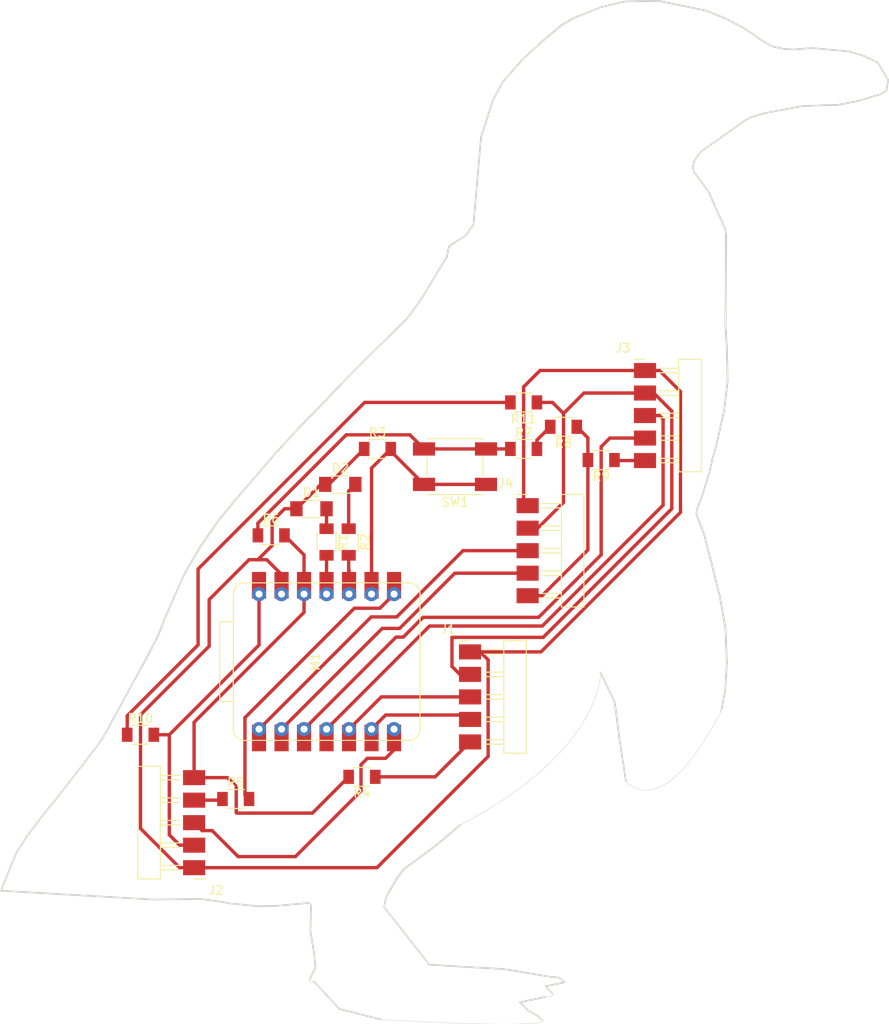
<source format=kicad_pcb>
(kicad_pcb (version 20241229) (generator "pcbnew") (generator_version "9.0")
  (layers (0 "F.Cu" signal) (2 "B.Cu" signal) (13 "F.Paste" user) (15 "B.Paste" user) (5 "F.SilkS" user "F.Silkscreen") (7 "B.SilkS" user "B.Silkscreen") (1 "F.Mask" user) (3 "B.Mask" user) (25 "Edge.Cuts" user))
  (net 0 "")
  (net 1 "Net-(D1-A)")
  (net 2 "GND")
  (net 3 "Net-(D2-A)")
  (net 4 "/+5V")
  (net 5 "/+3V3")
  (net 6 "/SCL")
  (net 7 "/SDA")
  (net 8 "/TX")
  (net 9 "/RX")
  (net 10 "/D2")
  (net 11 "/D3")
  (net 12 "/D1")
  (net 13 "/D0")
  (net 14 "Net-(M1-D10)")
  (net 15 "Net-(M1-D8)")
  (net 16 "Net-(M1-D9)")
  (net 17 "/+3V3R4")
  (net 18 "/RXR5")
  (net 19 "/+3V3R6")
  (net 20 "/+3V3R7")
  (net 21 "/+3V3R8")
  (net 22 "/+3V3R9")
  (net 23 "/+5VR10")
  (net 24 "/+5VR11")
  (footprint "fab:PinHeader_01x05_P2.54mm_Horizontal_SMD" (layer "F.Cu") (at 123.2 100.4)
    (property "Reference" "J1" (at -1.524 -2.54 0) (layer "F.SilkS") (effects (justify right)))
    (property "Value" "PORT 1 I2C")
    (pad "1" smd rect (at 0 0) (size 2.5 1.7) (layers "F.Cu" "F.Mask" "F.Paste") (net 2 "GND"))
    (pad "2" smd rect (at 0 2.54) (size 2.5 1.7) (layers "F.Cu" "F.Mask" "F.Paste") (net 24 "/+5VR11"))
    (pad "3" smd rect (at 0 5.08) (size 2.5 1.7) (layers "F.Cu" "F.Mask" "F.Paste") (net 7 "/SDA"))
    (pad "4" smd rect (at 0 7.62) (size 2.5 1.7) (layers "F.Cu" "F.Mask" "F.Paste") (net 6 "/SCL"))
    (pad "5" smd rect (at 0 10.16) (size 2.5 1.7) (layers "F.Cu" "F.Mask" "F.Paste") (net 17 "/+3V3R4"))
  )
  (footprint "fab:R_1206" (layer "F.Cu") (at 111 114.5 180)
    (property "Reference" "R4" (at 0 -1.85 0) (layer "F.SilkS"))
    (property "Value" "R_1206")
    (pad "1" smd rect (at -1.5 0 180) (size 1.2 1.6) (layers "F.Cu" "F.Mask" "F.Paste") (net 17 "/+3V3R4"))
    (pad "2" smd rect (at 1.5 0 180) (size 1.2 1.6) (layers "F.Cu" "F.Mask" "F.Paste") (net 5 "/+3V3"))
  )
  (footprint "fab:PinHeader_01x05_P2.54mm_Horizontal_SMD" (layer "F.Cu") (at 142.95 68.65)
    (property "Reference" "J3" (at -1.524 -2.54 0) (layer "F.SilkS") (effects (justify right)))
    (property "Value" "PORT 3 DIO - AI")
    (pad "1" smd rect (at 0 0) (size 2.5 1.7) (layers "F.Cu" "F.Mask" "F.Paste") (net 2 "GND"))
    (pad "2" smd rect (at 0 2.54) (size 2.5 1.7) (layers "F.Cu" "F.Mask" "F.Paste") (net 24 "/+5VR11"))
    (pad "3" smd rect (at 0 5.08) (size 2.5 1.7) (layers "F.Cu" "F.Mask" "F.Paste") (net 11 "/D3"))
    (pad "4" smd rect (at 0 7.62) (size 2.5 1.7) (layers "F.Cu" "F.Mask" "F.Paste") (net 10 "/D2"))
    (pad "5" smd rect (at 0 10.16) (size 2.5 1.7) (layers "F.Cu" "F.Mask" "F.Paste") (net 22 "/+3V3R9"))
  )
  (footprint "fab:R_1206" (layer "F.Cu") (at 109.5 88 -90)
    (property "Reference" "R2" (at 0 -1.85 90) (layer "F.SilkS"))
    (property "Value" "R_1206")
    (pad "1" smd rect (at -1.5 0 270) (size 1.2 1.6) (layers "F.Cu" "F.Mask" "F.Paste") (net 3 "Net-(D2-A)"))
    (pad "2" smd rect (at 1.5 0 270) (size 1.2 1.6) (layers "F.Cu" "F.Mask" "F.Paste") (net 16 "Net-(M1-D9)"))
  )
  (footprint "fab:R_1206" (layer "F.Cu") (at 107 88 -90)
    (property "Reference" "R1" (at 0 -1.85 90) (layer "F.SilkS"))
    (property "Value" "R_1206")
    (pad "1" smd rect (at -1.5 0 270) (size 1.2 1.6) (layers "F.Cu" "F.Mask" "F.Paste") (net 1 "Net-(D1-A)"))
    (pad "2" smd rect (at 1.5 0 270) (size 1.2 1.6) (layers "F.Cu" "F.Mask" "F.Paste") (net 14 "Net-(M1-D10)"))
  )
  (footprint "fab:R_1206" (layer "F.Cu") (at 129.25 72.25 180)
    (property "Reference" "R11" (at 0 -1.85 0) (layer "F.SilkS"))
    (property "Value" "R_1206")
    (pad "1" smd rect (at -1.5 0 180) (size 1.2 1.6) (layers "F.Cu" "F.Mask" "F.Paste") (net 24 "/+5VR11"))
    (pad "2" smd rect (at 1.5 0 180) (size 1.2 1.6) (layers "F.Cu" "F.Mask" "F.Paste") (net 23 "/+5VR10"))
  )
  (footprint "fab:R_1206" (layer "F.Cu") (at 96.75 117)
    (property "Reference" "R5" (at 0 -1.85 0) (layer "F.SilkS"))
    (property "Value" "R_1206")
    (pad "1" smd rect (at -1.5 0) (size 1.2 1.6) (layers "F.Cu" "F.Mask" "F.Paste") (net 18 "/RXR5"))
    (pad "2" smd rect (at 1.5 0) (size 1.2 1.6) (layers "F.Cu" "F.Mask" "F.Paste") (net 9 "/RX"))
  )
  (footprint "fab:SeeedStudio_XIAO_RP2040_OPT" (layer "F.Cu") (at 107 101.5 90)
    (property "Reference" "M1" (at 0 -1.27 90) (layer "F.SilkS"))
    (property "Value" "XIAO-RP2040")
    (pad "1" thru_hole circle (at -7.615 -7.62 90) (size 1.6 1.6) (drill 0.8) (layers "*.Cu" "*.Mask") (net 13 "/D0"))
    (pad "1" smd rect (at -7.615 -7.62 90) (size 3 1.6) (drill (offset -1 0)) (layers "F.Cu" "F.Mask" "F.Paste") (net 13 "/D0"))
    (pad "2" thru_hole circle (at -7.615 -5.08 90) (size 1.6 1.6) (drill 0.8) (layers "*.Cu" "*.Mask") (net 12 "/D1"))
    (pad "2" smd rect (at -7.615 -5.08 90) (size 3 1.6) (drill (offset -1 0)) (layers "F.Cu" "F.Mask" "F.Paste") (net 12 "/D1"))
    (pad "3" thru_hole circle (at -7.615 -2.54 90) (size 1.6 1.6) (drill 0.8) (layers "*.Cu" "*.Mask") (net 10 "/D2"))
    (pad "3" smd rect (at -7.615 -2.54 90) (size 3 1.6) (drill (offset -1 0)) (layers "F.Cu" "F.Mask" "F.Paste") (net 10 "/D2"))
    (pad "4" thru_hole circle (at -7.615 0 90) (size 1.6 1.6) (drill 0.8) (layers "*.Cu" "*.Mask") (net 11 "/D3"))
    (pad "4" smd rect (at -7.615 0 90) (size 3 1.6) (drill (offset -1 0)) (layers "F.Cu" "F.Mask" "F.Paste") (net 11 "/D3"))
    (pad "5" thru_hole circle (at -7.615 2.54 90) (size 1.6 1.6) (drill 0.8) (layers "*.Cu" "*.Mask") (net 7 "/SDA"))
    (pad "5" smd rect (at -7.615 2.54 90) (size 3 1.6) (drill (offset -1 0)) (layers "F.Cu" "F.Mask" "F.Paste") (net 7 "/SDA"))
    (pad "6" thru_hole circle (at -7.615 5.08 90) (size 1.6 1.6) (drill 0.8) (layers "*.Cu" "*.Mask") (net 6 "/SCL"))
    (pad "6" smd rect (at -7.615 5.08 90) (size 3 1.6) (drill (offset -1 0)) (layers "F.Cu" "F.Mask" "F.Paste") (net 6 "/SCL"))
    (pad "7" thru_hole circle (at -7.615 7.62 90) (size 1.6 1.6) (drill 0.8) (layers "*.Cu" "*.Mask") (net 8 "/TX"))
    (pad "7" smd rect (at -7.615 7.62 90) (size 3 1.6) (drill (offset -1 0)) (layers "F.Cu" "F.Mask" "F.Paste") (net 8 "/TX"))
    (pad "8" thru_hole circle (at 7.62 7.62 90) (size 1.6 1.6) (drill 0.8) (layers "*.Cu" "*.Mask") (net 9 "/RX"))
    (pad "8" smd rect (at 7.62 7.62 90) (size 3 1.6) (drill (offset 1 0)) (layers "F.Cu" "F.Mask" "F.Paste") (net 9 "/RX"))
    (pad "9" thru_hole circle (at 7.62 5.08 90) (size 1.6 1.6) (drill 0.8) (layers "*.Cu" "*.Mask") (net 15 "Net-(M1-D8)"))
    (pad "9" smd rect (at 7.62 5.08 90) (size 3 1.6) (drill (offset 1 0)) (layers "F.Cu" "F.Mask" "F.Paste") (net 15 "Net-(M1-D8)"))
    (pad "10" thru_hole circle (at 7.62 2.54 90) (size 1.6 1.6) (drill 0.8) (layers "*.Cu" "*.Mask") (net 16 "Net-(M1-D9)"))
    (pad "10" smd rect (at 7.62 2.54 90) (size 3 1.6) (drill (offset 1 0)) (layers "F.Cu" "F.Mask" "F.Paste") (net 16 "Net-(M1-D9)"))
    (pad "11" thru_hole circle (at 7.62 0 90) (size 1.6 1.6) (drill 0.8) (layers "*.Cu" "*.Mask") (net 14 "Net-(M1-D10)"))
    (pad "11" smd rect (at 7.62 0 90) (size 3 1.6) (drill (offset 1 0)) (layers "F.Cu" "F.Mask" "F.Paste") (net 14 "Net-(M1-D10)"))
    (pad "12" thru_hole circle (at 7.62 -2.54 90) (size 1.6 1.6) (drill 0.8) (layers "*.Cu" "*.Mask") (net 5 "/+3V3"))
    (pad "12" smd rect (at 7.62 -2.54 90) (size 3 1.6) (drill (offset 1 0)) (layers "F.Cu" "F.Mask" "F.Paste") (net 5 "/+3V3"))
    (pad "13" thru_hole circle (at 7.62 -5.08 90) (size 1.6 1.6) (drill 0.8) (layers "*.Cu" "*.Mask") (net 2 "GND"))
    (pad "13" smd rect (at 7.62 -5.08 90) (size 3 1.6) (drill (offset 1 0)) (layers "F.Cu" "F.Mask" "F.Paste") (net 2 "GND"))
    (pad "14" thru_hole circle (at 7.62 -7.62 90) (size 1.6 1.6) (drill 0.8) (layers "*.Cu" "*.Mask") (net 4 "/+5V"))
    (pad "14" smd rect (at 7.62 -7.62 90) (size 3 1.6) (drill (offset 1 0)) (layers "F.Cu" "F.Mask" "F.Paste") (net 4 "/+5V"))
  )
  (footprint "fab:R_1206" (layer "F.Cu") (at 100.75 87.25)
    (property "Reference" "R6" (at 0 -1.85 0) (layer "F.SilkS"))
    (property "Value" "R_1206")
    (pad "1" smd rect (at -1.5 0) (size 1.2 1.6) (layers "F.Cu" "F.Mask" "F.Paste") (net 19 "/+3V3R6"))
    (pad "2" smd rect (at 1.5 0) (size 1.2 1.6) (layers "F.Cu" "F.Mask" "F.Paste") (net 5 "/+3V3"))
  )
  (footprint "fab:R_1206" (layer "F.Cu") (at 133.75 75 180)
    (property "Reference" "R8" (at 0 -1.85 0) (layer "F.SilkS"))
    (property "Value" "R_1206")
    (pad "1" smd rect (at -1.5 0 180) (size 1.2 1.6) (layers "F.Cu" "F.Mask" "F.Paste") (net 21 "/+3V3R8"))
    (pad "2" smd rect (at 1.5 0 180) (size 1.2 1.6) (layers "F.Cu" "F.Mask" "F.Paste") (net 20 "/+3V3R7"))
  )
  (footprint "fab:PinHeader_01x05_P2.54mm_Horizontal_SMD" (layer "F.Cu") (at 92.05 124.75 180)
    (property "Reference" "J2" (at -1.524 -2.54 0) (layer "F.SilkS") (effects (justify left)))
    (property "Value" "PORT 2 SERIAL")
    (pad "1" smd rect (at 0 0 180) (size 2.5 1.7) (layers "F.Cu" "F.Mask" "F.Paste") (net 2 "GND"))
    (pad "2" smd rect (at 0 2.54 180) (size 2.5 1.7) (layers "F.Cu" "F.Mask" "F.Paste") (net 4 "/+5V"))
    (pad "3" smd rect (at 0 5.08 180) (size 2.5 1.7) (layers "F.Cu" "F.Mask" "F.Paste") (net 8 "/TX"))
    (pad "4" smd rect (at 0 7.62 180) (size 2.5 1.7) (layers "F.Cu" "F.Mask" "F.Paste") (net 18 "/RXR5"))
    (pad "5" smd rect (at 0 10.16 180) (size 2.5 1.7) (layers "F.Cu" "F.Mask" "F.Paste") (net 5 "/+3V3"))
  )
  (footprint "fab:Button_Omron_B3SN_6.0x6.0mm" (layer "F.Cu") (at 121.5 79.5 180)
    (property "Reference" "SW1" (at 0 -4 0) (layer "F.SilkS"))
    (property "Value" "Switch_Tactile_Omron")
    (pad "1" smd rect (at -3.5 -2 180) (size 2.5 1.5) (layers "F.Cu" "F.Mask" "F.Paste") (net 15 "Net-(M1-D8)"))
    (pad "1" smd rect (at 3.5 -2 180) (size 2.5 1.5) (layers "F.Cu" "F.Mask" "F.Paste") (net 15 "Net-(M1-D8)"))
    (pad "2" smd rect (at -3.5 2 180) (size 2.5 1.5) (layers "F.Cu" "F.Mask" "F.Paste") (net 19 "/+3V3R6"))
    (pad "2" smd rect (at 3.5 2 180) (size 2.5 1.5) (layers "F.Cu" "F.Mask" "F.Paste") (net 19 "/+3V3R6"))
  )
  (footprint "fab:R_1206" (layer "F.Cu") (at 112.75 77.5)
    (property "Reference" "R3" (at 0 -1.85 0) (layer "F.SilkS"))
    (property "Value" "R_1206")
    (pad "1" smd rect (at -1.5 0) (size 1.2 1.6) (layers "F.Cu" "F.Mask" "F.Paste") (net 2 "GND"))
    (pad "2" smd rect (at 1.5 0) (size 1.2 1.6) (layers "F.Cu" "F.Mask" "F.Paste") (net 15 "Net-(M1-D8)"))
  )
  (footprint "fab:R_1206" (layer "F.Cu") (at 138 78.75 180)
    (property "Reference" "R9" (at 0 -1.85 0) (layer "F.SilkS"))
    (property "Value" "R_1206")
    (pad "1" smd rect (at -1.5 0 180) (size 1.2 1.6) (layers "F.Cu" "F.Mask" "F.Paste") (net 22 "/+3V3R9"))
    (pad "2" smd rect (at 1.5 0 180) (size 1.2 1.6) (layers "F.Cu" "F.Mask" "F.Paste") (net 21 "/+3V3R8"))
  )
  (footprint "fab:LED_1206" (layer "F.Cu") (at 105.3 84.25)
    (property "Reference" "D1" (at 0 -1.85 0) (layer "F.SilkS"))
    (property "Value" "LED_1206")
    (pad "1" smd rect (at -1.7 0) (size 1.4 1.7) (layers "F.Cu" "F.Mask" "F.Paste") (net 2 "GND"))
    (pad "2" smd rect (at 1.7 0) (size 1.4 1.7) (layers "F.Cu" "F.Mask" "F.Paste") (net 1 "Net-(D1-A)"))
  )
  (footprint "fab:R_1206" (layer "F.Cu") (at 86 109.75)
    (property "Reference" "R10" (at 0 -1.85 0) (layer "F.SilkS"))
    (property "Value" "R_1206")
    (pad "1" smd rect (at -1.5 0) (size 1.2 1.6) (layers "F.Cu" "F.Mask" "F.Paste") (net 23 "/+5VR10"))
    (pad "2" smd rect (at 1.5 0) (size 1.2 1.6) (layers "F.Cu" "F.Mask" "F.Paste") (net 4 "/+5V"))
  )
  (footprint "fab:LED_1206" (layer "F.Cu") (at 108.55 81.5)
    (property "Reference" "D2" (at 0 -1.85 0) (layer "F.SilkS"))
    (property "Value" "LED_1206")
    (pad "1" smd rect (at -1.7 0) (size 1.4 1.7) (layers "F.Cu" "F.Mask" "F.Paste") (net 2 "GND"))
    (pad "2" smd rect (at 1.7 0) (size 1.4 1.7) (layers "F.Cu" "F.Mask" "F.Paste") (net 3 "Net-(D2-A)"))
  )
  (footprint "fab:R_1206" (layer "F.Cu") (at 129.25 77.5)
    (property "Reference" "R7" (at 0 -1.85 0) (layer "F.SilkS"))
    (property "Value" "R_1206")
    (pad "1" smd rect (at -1.5 0) (size 1.2 1.6) (layers "F.Cu" "F.Mask" "F.Paste") (net 19 "/+3V3R6"))
    (pad "2" smd rect (at 1.5 0) (size 1.2 1.6) (layers "F.Cu" "F.Mask" "F.Paste") (net 20 "/+3V3R7"))
  )
  (footprint "fab:PinHeader_01x05_P2.54mm_Horizontal_SMD" (layer "F.Cu") (at 129.7 83.9)
    (property "Reference" "J4" (at -1.524 -2.54 0) (layer "F.SilkS") (effects (justify right)))
    (property "Value" "PORT 4 DIO - AI")
    (pad "1" smd rect (at 0 0) (size 2.5 1.7) (layers "F.Cu" "F.Mask" "F.Paste") (net 2 "GND"))
    (pad "2" smd rect (at 0 2.54) (size 2.5 1.7) (layers "F.Cu" "F.Mask" "F.Paste") (net 24 "/+5VR11"))
    (pad "3" smd rect (at 0 5.08) (size 2.5 1.7) (layers "F.Cu" "F.Mask" "F.Paste") (net 13 "/D0"))
    (pad "4" smd rect (at 0 7.62) (size 2.5 1.7) (layers "F.Cu" "F.Mask" "F.Paste") (net 12 "/D1"))
    (pad "5" smd rect (at 0 10.16) (size 2.5 1.7) (layers "F.Cu" "F.Mask" "F.Paste") (net 21 "/+3V3R8"))
  )
  (gr_line (start 149.674864 87.348074) (end 150.882127 92.090819) (stroke (width 0.2)) (layer "Edge.Cuts"))
  (gr_line (start 86.854861 100.750759) (end 86.144831 102.07053) (stroke (width 0.2)) (layer "Edge.Cuts"))
  (gr_line (start 132.248705 137.060677) (end 127.000233 136.185512) (stroke (width 0.2)) (layer "Edge.Cuts"))
  (gr_line (start 150.51501 78.80802) (end 150.18389 80.271262) (stroke (width 0.2)) (layer "Edge.Cuts"))
  (gr_line (start 113.652373 128.404709) (end 113.51149 129.206488) (stroke (width 0.2)) (layer "Edge.Cuts"))
  (gr_line (start 166.021037 32.65188) (end 161.822716 32.261505) (stroke (width 0.2)) (layer "Edge.Cuts"))
  (gr_line (start 105.24743 129.011303) (end 105.180184 131.880563) (stroke (width 0.2)) (layer "Edge.Cuts"))
  (gr_line (start 108.648653 70.175637) (end 107.075308 71.84601) (stroke (width 0.2)) (layer "Edge.Cuts"))
  (gr_line (start 123.584047 52.191953) (end 123.95928 47.856905) (stroke (width 0.2)) (layer "Edge.Cuts"))
  (gr_line (start 153.722394 40.792564) (end 152.880192 41.417282) (stroke (width 0.2)) (layer "Edge.Cuts"))
  (gr_line (start 126.925365 36.058337) (end 125.799683 38.112761) (stroke (width 0.2)) (layer "Edge.Cuts"))
  (gr_line (start 96.736029 83.222429) (end 94.790858 85.602928) (stroke (width 0.2)) (layer "Edge.Cuts"))
  (gr_line (start 152.005221 104.773547) (end 152.194435 101.627677) (stroke (width 0.2)) (layer "Edge.Cuts"))
  (gr_line (start 111.595849 67.195694) (end 116.020759 62.854954) (stroke (width 0.2)) (layer "Edge.Cuts"))
  (gr_line (start 150.993345 77.119946) (end 151.472544 75.026409) (stroke (width 0.2)) (layer "Edge.Cuts"))
  (gr_line (start 151.999554 104.771925) (end 152.188889 101.62714) (stroke (width 0.2)) (layer "Edge.Cuts"))
  (gr_line (start 151.87652 73.167727) (end 151.462101 75.024068) (stroke (width 0.2)) (layer "Edge.Cuts"))
  (gr_line (start 88.447098 97.398251) (end 87.844497 98.848137) (stroke (width 0.2)) (layer "Edge.Cuts"))
  (gr_curve (pts (xy 105.575823 137.591978) (xy 105.25 138) (xy 105.071954 137.407016) (xy 105.071954 137.407016)) (stroke (width 0.05)) (layer "Edge.Cuts"))
  (gr_line (start 105.071954 137.407016) (end 105.461693 136.564031) (stroke (width 0.2)) (layer "Edge.Cuts"))
  (gr_line (start 74.909134 118.908177) (end 73.367374 120.96354) (stroke (width 0.2)) (layer "Edge.Cuts"))
  (gr_line (start 152.006274 52.680166) (end 150.643735 49.660106) (stroke (width 0.2)) (layer "Edge.Cuts"))
  (gr_line (start 159.828147 32.422746) (end 161.822716 32.261505) (stroke (width 0.2)) (layer "Edge.Cuts"))
  (gr_line (start 89.190316 95.597269) (end 89.926865 93.891585) (stroke (width 0.2)) (layer "Edge.Cuts"))
  (gr_line (start 158.673784 32.375002) (end 159.828147 32.422746) (stroke (width 0.2)) (layer "Edge.Cuts"))
  (gr_line (start 72.007921 123.024776) (end 72.800764 121.787589) (stroke (width 0.2)) (layer "Edge.Cuts"))
  (gr_line (start 92.748055 88.53248) (end 91.060272 91.406609) (stroke (width 0.2)) (layer "Edge.Cuts"))
  (gr_line (start 140.112419 110.545068) (end 139.685665 107.194297) (stroke (width 0.2)) (layer "Edge.Cuts"))
  (gr_line (start 156.026015 31.323871) (end 154.218839 30.081545) (stroke (width 0.2)) (layer "Edge.Cuts"))
  (gr_line (start 115.701051 124.930809) (end 117.255708 123.795337) (stroke (width 0.2)) (layer "Edge.Cuts"))
  (gr_line (start 123.95928 47.856905) (end 124.446891 42.313221) (stroke (width 0.2)) (layer "Edge.Cuts"))
  (gr_line (start 114.127463 127.349028) (end 113.792229 127.975976) (stroke (width 0.2)) (layer "Edge.Cuts"))
  (gr_line (start 152.098684 28.952026) (end 154.218839 30.081545) (stroke (width 0.2)) (layer "Edge.Cuts"))
  (gr_line (start 114.1358 127.355878) (end 115.011938 125.860344) (stroke (width 0.2)) (layer "Edge.Cuts"))
  (gr_line (start 131.547518 31.333857) (end 129.935938 32.790144) (stroke (width 0.2)) (layer "Edge.Cuts"))
  (gr_line (start 152.099849 53.320478) (end 152.006274 52.680166) (stroke (width 0.2)) (layer "Edge.Cuts"))
  (gr_line (start 88.726539 96.661856) (end 89.190316 95.597269) (stroke (width 0.2)) (layer "Edge.Cuts"))
  (gr_line (start 107.082266 71.853458) (end 108.655612 70.183085) (stroke (width 0.2)) (layer "Edge.Cuts"))
  (gr_line (start 121.431553 54.231088) (end 120.841344 54.651253) (stroke (width 0.2)) (layer "Edge.Cuts"))
  (gr_line (start 129.763962 140.859681) (end 128.840789 139.947164) (stroke (width 0.2)) (layer "Edge.Cuts"))
  (gr_line (start 122.050694 119.956345) (end 119.488407 122.125014) (stroke (width 0.2)) (layer "Edge.Cuts"))
  (gr_line (start 119.488407 122.125014) (end 117.252556 123.790024) (stroke (width 0.2)) (layer "Edge.Cuts"))
  (gr_line (start 152.272505 69.807835) (end 151.87652 73.167727) (stroke (width 0.2)) (layer "Edge.Cuts"))
  (gr_line (start 104.878621 128.738885) (end 103.089325 128.893672) (stroke (width 0.2)) (layer "Edge.Cuts"))
  (gr_line (start 150.638653 49.660803) (end 150.169745 48.540793) (stroke (width 0.2)) (layer "Edge.Cuts"))
  (gr_line (start 101.259605 129.063091) (end 99.241312 129.096345) (stroke (width 0.2)) (layer "Edge.Cuts"))
  (gr_line (start 117.252556 123.790024) (end 115.697724 124.925874) (stroke (width 0.2)) (layer "Edge.Cuts"))
  (gr_line (start 150.887186 92.089663) (end 149.68014 87.346703) (stroke (width 0.2)) (layer "Edge.Cuts"))
  (gr_line (start 149.685307 87.344878) (end 149.341847 86.364926) (stroke (width 0.2)) (layer "Edge.Cuts"))
  (gr_line (start 115.0073 125.857492) (end 115.701051 124.930809) (stroke (width 0.2)) (layer "Edge.Cuts"))
  (gr_line (start 94.794818 85.606663) (end 96.739291 83.226495) (stroke (width 0.2)) (layer "Edge.Cuts"))
  (gr_line (start 101.181946 78.063134) (end 98 81.75) (stroke (width 0.2)) (layer "Edge.Cuts"))
  (gr_line (start 154.862818 40.065395) (end 153.995063 40.582188) (stroke (width 0.2)) (layer "Edge.Cuts"))
  (gr_line (start 148.331081 45.670531) (end 148.530774 44.968108) (stroke (width 0.2)) (layer "Edge.Cuts"))
  (gr_line (start 152.183995 101.627531) (end 151.994778 104.771171) (stroke (width 0.2)) (layer "Edge.Cuts"))
  (gr_line (start 74.909134 118.908177) (end 76.799966 116.581593) (stroke (width 0.2)) (layer "Edge.Cuts"))
  (gr_line (start 148.789467 84.411196) (end 148.981948 83.892596) (stroke (width 0.2)) (layer "Edge.Cuts"))
  (gr_line (start 131.641301 139.335606) (end 128.840789 139.947164) (stroke (width 0.2)) (layer "Edge.Cuts"))
  (gr_line (start 105.616971 134.559587) (end 105.180184 131.880563) (stroke (width 0.2)) (layer "Edge.Cuts"))
  (gr_line (start 82.535543 108.690058) (end 81.667243 110.228942) (stroke (width 0.2)) (layer "Edge.Cuts"))
  (gr_line (start 151.425242 94.253539) (end 150.892568 92.088735) (stroke (width 0.2)) (layer "Edge.Cuts"))
  (gr_line (start 132.248705 137.060677) (end 133.272922 137.157554) (stroke (width 0.2)) (layer "Edge.Cuts"))
  (gr_line (start 139.680636 107.194982) (end 140.106649 110.545984) (stroke (width 0.2)) (layer "Edge.Cuts"))
  (gr_line (start 150.993345 77.119946) (end 150.51501 78.80802) (stroke (width 0.2)) (layer "Edge.Cuts"))
  (gr_line (start 149.419999 82.735736) (end 149.887732 81.210013) (stroke (width 0.2)) (layer "Edge.Cuts"))
  (gr_curve (pts (xy 140.79892 114.977043) (xy 140.79892 114.977043) (xy 144.75 120.25) (xy 151.567151 107.047479)) (stroke (width 0.05)) (layer "Edge.Cuts"))
  (gr_line (start 88.452415 97.399751) (end 87.848895 98.850994) (stroke (width 0.2)) (layer "Edge.Cuts"))
  (gr_line (start 105.552159 73.396252) (end 103.83627 75.180018) (stroke (width 0.2)) (layer "Edge.Cuts"))
  (gr_line (start 151.994778 104.771171) (end 151.556711 107.043992) (stroke (width 0.2)) (layer "Edge.Cuts"))
  (gr_line (start 117.515708 60.87577) (end 116.020759 62.854954) (stroke (width 0.2)) (layer "Edge.Cuts"))
  (gr_line (start 148.535654 44.970813) (end 148.937731 44.355003) (stroke (width 0.2)) (layer "Edge.Cuts"))
  (gr_line (start 105.461693 136.564031) (end 105.74654 136.128622) (stroke (width 0.2)) (layer "Edge.Cuts"))
  (gr_line (start 120.594531 55.790042) (end 120.668574 55.341267) (stroke (width 0.2)) (layer "Edge.Cuts"))
  (gr_line (start 149.33243 86.370352) (end 149.674864 87.348074) (stroke (width 0.2)) (layer "Edge.Cuts"))
  (gr_line (start 103.839939 75.183066) (end 105.555196 73.400224) (stroke (width 0.2)) (layer "Edge.Cuts"))
  (gr_line (start 92.743463 88.529691) (end 91.055618 91.403843) (stroke (width 0.2)) (layer "Edge.Cuts"))
  (gr_line (start 140.75 27) (end 144.490039 26.942093) (stroke (width 0.2)) (layer "Edge.Cuts"))
  (gr_line (start 151.886961 73.171185) (end 152.283129 69.80874) (stroke (width 0.2)) (layer "Edge.Cuts"))
  (gr_line (start 152.030614 97.759308) (end 151.419704 94.254931) (stroke (width 0.2)) (layer "Edge.Cuts"))
  (gr_line (start 148.469683 46.235752) (end 149.155578 47.138866) (stroke (width 0.2)) (layer "Edge.Cuts"))
  (gr_line (start 129.077625 33.606949) (end 126.921048 36.055036) (stroke (width 0.2)) (layer "Edge.Cuts"))
  (gr_line (start 152.029138 63.439871) (end 152.058723 61.260434) (stroke (width 0.2)) (layer "Edge.Cuts"))
  (gr_line (start 156.460856 39.611656) (end 160.578994 38.834481) (stroke (width 0.2)) (layer "Edge.Cuts"))
  (gr_line (start 113.792229 127.975976) (end 113.690423 128.232101) (stroke (width 0.2)) (layer "Edge.Cuts"))
  (gr_line (start 148.977656 83.890405) (end 148.784403 84.410344) (stroke (width 0.2)) (layer "Edge.Cuts"))
  (gr_line (start 72.007921 123.024776) (end 70.238204 127.348155) (stroke (width 0.2)) (layer "Edge.Cuts"))
  (gr_line (start 149.341847 86.364926) (end 149.341847 86.363788) (stroke (width 0.2)) (layer "Edge.Cuts"))
  (gr_line (start 105.555196 73.400224) (end 107.082266 71.853458) (stroke (width 0.2)) (layer "Edge.Cuts"))
  (gr_line (start 152.283129 69.80874) (end 152.182095 65.797045) (stroke (width 0.2)) (layer "Edge.Cuts"))
  (gr_line (start 73.367374 120.96354) (end 73.368427 120.96354) (stroke (width 0.2)) (layer "Edge.Cuts"))
  (gr_line (start 115.697724 124.925874) (end 115.002572 125.854603) (stroke (width 0.2)) (layer "Edge.Cuts"))
  (gr_line (start 151.561706 107.045454) (end 151.999554 104.771925) (stroke (width 0.2)) (layer "Edge.Cuts"))
  (gr_line (start 134.901745 28.879246) (end 137.918587 27.669359) (stroke (width 0.2)) (layer "Edge.Cuts"))
  (gr_line (start 103.831954 75.176729) (end 101.181946 78.063134) (stroke (width 0.2)) (layer "Edge.Cuts"))
  (gr_line (start 140.112419 110.545068) (end 140.79892 114.977043) (stroke (width 0.2)) (layer "Edge.Cuts"))
  (gr_line (start 113.51149 129.206488) (end 118.604811 135.699781) (stroke (width 0.2)) (layer "Edge.Cuts"))
  (gr_line (start 148.79466 84.412156) (end 148.98707 83.894975) (stroke (width 0.2)) (layer "Edge.Cuts"))
  (gr_line (start 137.918587 27.669359) (end 139.303748 27.326845) (stroke (width 0.2)) (layer "Edge.Cuts"))
  (gr_line (start 152.036224 97.758962) (end 151.425242 94.253539) (stroke (width 0.2)) (layer "Edge.Cuts"))
  (gr_line (start 120.83746 54.647827) (end 120.658528 55.342704) (stroke (width 0.2)) (layer "Edge.Cuts"))
  (gr_line (start 120.658528 55.342704) (end 120.585516 55.785907) (stroke (width 0.2)) (layer "Edge.Cuts"))
  (gr_line (start 149.336965 86.367185) (end 148.773381 84.924963) (stroke (width 0.2)) (layer "Edge.Cuts"))
  (gr_line (start 158.673761 32.369622) (end 157.250757 32.069321) (stroke (width 0.2)) (layer "Edge.Cuts"))
  (gr_line (start 115.002572 125.854603) (end 114.127463 127.349028) (stroke (width 0.2)) (layer "Edge.Cuts"))
  (gr_line (start 101.26057 129.068499) (end 103.09073 128.899178) (stroke (width 0.2)) (layer "Edge.Cuts"))
  (gr_line (start 152.025644 97.760326) (end 152.183995 101.627531) (stroke (width 0.2)) (layer "Edge.Cuts"))
  (gr_line (start 152.277645 69.808069) (end 152.177055 65.797175) (stroke (width 0.2)) (layer "Edge.Cuts"))
  (gr_line (start 152.194435 101.627677) (end 152.036224 97.758962) (stroke (width 0.2)) (layer "Edge.Cuts"))
  (gr_line (start 119.495348 122.134583) (end 122.057694 119.965451) (stroke (width 0.2)) (layer "Edge.Cuts"))
  (gr_line (start 131.55453 31.342489) (end 133.561012 29.666194) (stroke (width 0.2)) (layer "Edge.Cuts"))
  (gr_line (start 113.690423 128.232101) (end 113.652373 128.404709) (stroke (width 0.2)) (layer "Edge.Cuts"))
  (gr_line (start 163.06478 38.715734) (end 164.691627 38.684136) (stroke (width 0.2)) (layer "Edge.Cuts"))
  (gr_line (start 91.064561 91.409328) (end 92.752454 88.536052) (stroke (width 0.2)) (layer "Edge.Cuts"))
  (gr_line (start 139.303748 27.326845) (end 140.75 27) (stroke (width 0.2)) (layer "Edge.Cuts"))
  (gr_line (start 152.188889 101.62714) (end 152.030614 97.759308) (stroke (width 0.2)) (layer "Edge.Cuts"))
  (gr_line (start 148.767882 84.926031) (end 149.33243 86.370352) (stroke (width 0.2)) (layer "Edge.Cuts"))
  (gr_line (start 105.133647 128.815726) (end 104.878621 128.738885) (stroke (width 0.2)) (layer "Edge.Cuts"))
  (gr_line (start 170.405327 35.867554) (end 169.243992 33.917311) (stroke (width 0.2)) (layer "Edge.Cuts"))
  (gr_line (start 120.663838 55.342074) (end 120.589892 55.788018) (stroke (width 0.2)) (layer "Edge.Cuts"))
  (gr_line (start 149.68014 87.346703) (end 149.336965 86.367185) (stroke (width 0.2)) (layer "Edge.Cuts"))
  (gr_line (start 170.405327 35.867553) (end 170.193453 37.098703) (stroke (width 0.2)) (layer "Edge.Cuts"))
  (gr_line (start 167.702907 33.169668) (end 169.243992 33.917311) (stroke (width 0.2)) (layer "Edge.Cuts"))
  (gr_line (start 167.702907 33.163552) (end 166.021037 32.65188) (stroke (width 0.2)) (layer "Edge.Cuts"))
  (gr_line (start 148.784403 84.410344) (end 148.767882 84.926031) (stroke (width 0.2)) (layer "Edge.Cuts"))
  (gr_line (start 107.075308 71.84601) (end 105.548238 73.391665) (stroke (width 0.2)) (layer "Edge.Cuts"))
  (gr_line (start 167.029154 38.231417) (end 169.485834 37.485317) (stroke (width 0.2)) (layer "Edge.Cuts"))
  (gr_line (start 139.508792 106.008338) (end 137.933517 102.734562) (stroke (width 0.2)) (layer "Edge.Cuts"))
  (gr_line (start 139.685665 107.194297) (end 139.508792 106.008338) (stroke (width 0.2)) (layer "Edge.Cuts"))
  (gr_line (start 149.897386 28.051344) (end 144.490039 26.942093) (stroke (width 0.2)) (layer "Edge.Cuts"))
  (gr_line (start 120.285138 135.797087) (end 118.60475 135.693979) (stroke (width 0.2)) (layer "Edge.Cuts"))
  (gr_line (start 139.503124 106.00924) (end 139.680636 107.194982) (stroke (width 0.2)) (layer "Edge.Cuts"))
  (gr_curve (pts (xy 113.20092 141.899313) (xy 133.25 143) (xy 131.354031 141.96276) (xy 131.354031 141.96276)) (stroke (width 0.05)) (layer "Edge.Cuts"))
  (gr_line (start 150.18389 80.271262) (end 149.887732 81.210013) (stroke (width 0.2)) (layer "Edge.Cuts"))
  (gr_line (start 154.864411 40.071292) (end 156.460856 39.611656) (stroke (width 0.2)) (layer "Edge.Cuts"))
  (gr_line (start 119.491913 122.129985) (end 122.054285 119.961015) (stroke (width 0.2)) (layer "Edge.Cuts"))
  (gr_line (start 120.28408 135.803371) (end 126.998048 136.1909) (stroke (width 0.2)) (layer "Edge.Cuts"))
  (gr_line (start 152.089406 53.321472) (end 152.053394 61.260195) (stroke (width 0.2)) (layer "Edge.Cuts"))
  (gr_line (start 153.722394 40.792564) (end 153.995063 40.582188) (stroke (width 0.2)) (layer "Edge.Cuts"))
  (gr_line (start 96.086393 128.780086) (end 99.241809 129.101524) (stroke (width 0.2)) (layer "Edge.Cuts"))
  (gr_line (start 169.485834 37.485317) (end 170.193453 37.098703) (stroke (width 0.2)) (layer "Edge.Cuts"))
  (gr_line (start 157.252393 32.06414) (end 156.026015 31.323871) (stroke (width 0.2)) (layer "Edge.Cuts"))
  (gr_line (start 117.255708 123.795337) (end 119.491913 122.129985) (stroke (width 0.2)) (layer "Edge.Cuts"))
  (gr_line (start 152.171652 65.798045) (end 152.272505 69.807835) (stroke (width 0.2)) (layer "Edge.Cuts"))
  (gr_line (start 149.155578 47.138866) (end 150.165165 48.544497) (stroke (width 0.2)) (layer "Edge.Cuts"))
  (gr_line (start 108.451412 140.689266) (end 105.575823 137.591978) (stroke (width 0.2)) (layer "Edge.Cuts"))
  (gr_line (start 139.675513 107.195559) (end 139.675513 107.196699) (stroke (width 0.2)) (layer "Edge.Cuts"))
  (gr_line (start 105.548238 73.391665) (end 103.831954 75.176729) (stroke (width 0.2)) (layer "Edge.Cuts"))
  (gr_line (start 85.016587 104.12988) (end 82.531112 108.687778) (stroke (width 0.2)) (layer "Edge.Cuts"))
  (gr_line (start 108.652601 70.179291) (end 107.078713 71.849635) (stroke (width 0.2)) (layer "Edge.Cuts"))
  (gr_line (start 94.7866 85.599357) (end 92.743463 88.529691) (stroke (width 0.2)) (layer "Edge.Cuts"))
  (gr_line (start 150.882127 92.090819) (end 151.414802 94.256736) (stroke (width 0.2)) (layer "Edge.Cuts"))
  (gr_line (start 87.447653 128.348255) (end 70.238204 127.348155) (stroke (width 0.2)) (layer "Edge.Cuts"))
  (gr_line (start 76.799966 116.581593) (end 77.920392 115.144603) (stroke (width 0.2)) (layer "Edge.Cuts"))
  (gr_line (start 151.419704 94.254931) (end 150.887186 92.089663) (stroke (width 0.2)) (layer "Edge.Cuts"))
  (gr_line (start 96.086393 128.780086) (end 95.021042 128.584096) (stroke (width 0.2)) (layer "Edge.Cuts"))
  (gr_line (start 115.011938 125.860344) (end 115.704005 124.934954) (stroke (width 0.2)) (layer "Edge.Cuts"))
  (gr_line (start 148.98707 83.894975) (end 149.419999 82.735736) (stroke (width 0.2)) (layer "Edge.Cuts"))
  (gr_line (start 86.140553 102.068644) (end 85.016587 104.12988) (stroke (width 0.2)) (layer "Edge.Cuts"))
  (gr_line (start 152.023759 63.440198) (end 152.171652 65.798045) (stroke (width 0.2)) (layer "Edge.Cuts"))
  (gr_line (start 87.853486 98.853384) (end 88.457116 97.401273) (stroke (width 0.2)) (layer "Edge.Cuts"))
  (gr_line (start 95.019989 128.584096) (end 92.772059 128.274518) (stroke (width 0.2)) (layer "Edge.Cuts"))
  (gr_line (start 96.732359 83.217904) (end 94.7866 85.599357) (stroke (width 0.2)) (layer "Edge.Cuts"))
  (gr_line (start 150.892568 92.088735) (end 149.685307 87.344878) (stroke (width 0.2)) (layer "Edge.Cuts"))
  (gr_line (start 87.844497 98.848137) (end 86.8501 100.747906) (stroke (width 0.2)) (layer "Edge.Cuts"))
  (gr_line (start 105.74654 136.128622) (end 105.616971 134.559587) (stroke (width 0.2)) (layer "Edge.Cuts"))
  (gr_line (start 152.063834 61.260312) (end 152.099849 53.320478) (stroke (width 0.2)) (layer "Edge.Cuts"))
  (gr_line (start 96.732359 83.217904) (end 97.99999 81.75) (stroke (width 0.2)) (layer "Edge.Cuts"))
  (gr_line (start 95.021042 128.584096) (end 95.019989 128.584096) (stroke (width 0.2)) (layer "Edge.Cuts"))
  (gr_line (start 114.131607 127.352555) (end 115.0073 125.857492) (stroke (width 0.2)) (layer "Edge.Cuts"))
  (gr_line (start 151.472544 75.026409) (end 151.886961 73.171185) (stroke (width 0.2)) (layer "Edge.Cuts"))
  (gr_line (start 134.897824 28.869501) (end 133.555442 29.657049) (stroke (width 0.2)) (layer "Edge.Cuts"))
  (gr_line (start 152.182095 65.797045) (end 152.034222 63.439738) (stroke (width 0.2)) (layer "Edge.Cuts"))
  (gr_line (start 87.848895 98.850994) (end 86.854861 100.750759) (stroke (width 0.2)) (layer "Edge.Cuts"))
  (gr_line (start 133.272922 137.157554) (end 133.886006 137.682214) (stroke (width 0.2)) (layer "Edge.Cuts"))
  (gr_line (start 107.078713 71.849635) (end 105.552159 73.396252) (stroke (width 0.2)) (layer "Edge.Cuts"))
  (gr_line (start 148.934598 44.350749) (end 149.372446 43.866142) (stroke (width 0.2)) (layer "Edge.Cuts"))
  (gr_line (start 121.429777 54.225777) (end 120.83746 54.647827) (stroke (width 0.2)) (layer "Edge.Cuts"))
  (gr_line (start 152.880192 41.417282) (end 149.372446 43.866142) (stroke (width 0.2)) (layer "Edge.Cuts"))
  (gr_line (start 86.85909 100.753156) (end 87.853486 98.853384) (stroke (width 0.2)) (layer "Edge.Cuts"))
  (gr_line (start 151.567151 107.047479) (end 152.005221 104.773547) (stroke (width 0.2)) (layer "Edge.Cuts"))
  (gr_line (start 129.762176 140.865889) (end 130.926246 141.537374) (stroke (width 0.2)) (layer "Edge.Cuts"))
  (gr_line (start 134.899822 28.874299) (end 133.558173 29.661787) (stroke (width 0.2)) (layer "Edge.Cuts"))
  (gr_line (start 120.841344 54.651253) (end 120.663838 55.342074) (stroke (width 0.2)) (layer "Edge.Cuts"))
  (gr_line (start 72.800764 121.787589) (end 73.368427 120.96354) (stroke (width 0.2)) (layer "Edge.Cuts"))
  (gr_line (start 133.555442 29.657049) (end 131.547518 31.333857) (stroke (width 0.2)) (layer "Edge.Cuts"))
  (gr_line (start 111.587106 67.195694) (end 108.648653 70.175637) (stroke (width 0.2)) (layer "Edge.Cuts"))
  (gr_line (start 91.055618 91.403843) (end 89.926865 93.891585) (stroke (width 0.2)) (layer "Edge.Cuts"))
  (gr_line (start 94.790858 85.602928) (end 92.748055 88.53248) (stroke (width 0.2)) (layer "Edge.Cuts"))
  (gr_line (start 132.51087 138.972002) (end 131.728363 138.127322) (stroke (width 0.2)) (layer "Edge.Cuts"))
  (gr_line (start 117.25884 123.800211) (end 119.495348 122.134583) (stroke (width 0.2)) (layer "Edge.Cuts"))
  (gr_line (start 80.882433 111.32327) (end 81.67142 110.23231) (stroke (width 0.2)) (layer "Edge.Cuts"))
  (gr_line (start 120.845443 54.654188) (end 121.43365 54.236596) (stroke (width 0.2)) (layer "Edge.Cuts"))
  (gr_line (start 151.467036 75.025324) (end 151.881217 73.169383) (stroke (width 0.2)) (layer "Edge.Cuts"))
  (gr_line (start 149.895667 28.056411) (end 152.098684 28.952026) (stroke (width 0.2)) (layer "Edge.Cuts"))
  (gr_line (start 151.881217 73.169383) (end 152.277645 69.808069) (stroke (width 0.2)) (layer "Edge.Cuts"))
  (gr_line (start 163.06478 38.715734) (end 160.578279 38.829319) (stroke (width 0.2)) (layer "Edge.Cuts"))
  (gr_line (start 133.558173 29.661787) (end 131.550878 31.338577) (stroke (width 0.2)) (layer "Edge.Cuts"))
  (gr_line (start 131.728363 138.127322) (end 133.886006 137.682214) (stroke (width 0.2)) (layer "Edge.Cuts"))
  (gr_line (start 120.668574 55.341267) (end 120.845443 54.654188) (stroke (width 0.2)) (layer "Edge.Cuts"))
  (gr_line (start 152.058723 61.260434) (end 152.094208 53.321131) (stroke (width 0.2)) (layer "Edge.Cuts"))
  (gr_line (start 152.177055 65.797175) (end 152.029138 63.439871) (stroke (width 0.2)) (layer "Edge.Cuts"))
  (gr_line (start 148.773381 84.924963) (end 148.789467 84.411196) (stroke (width 0.2)) (layer "Edge.Cuts"))
  (gr_line (start 105.252932 129.010604) (end 105.133647 128.815726) (stroke (width 0.2)) (layer "Edge.Cuts"))
  (gr_line (start 92.772059 128.274518) (end 87.447653 128.348255) (stroke (width 0.2)) (layer "Edge.Cuts"))
  (gr_line (start 80.878819 111.319304) (end 77.920392 115.144603) (stroke (width 0.2)) (layer "Edge.Cuts"))
  (gr_line (start 88.726539 96.661856) (end 88.447098 97.398251) (stroke (width 0.2)) (layer "Edge.Cuts"))
  (gr_line (start 139.497613 106.009594) (end 139.675513 107.195559) (stroke (width 0.2)) (layer "Edge.Cuts"))
  (gr_curve (pts (xy 122.050694 119.956345) (xy 138.25 111.5) (xy 137.933517 102.734562) (xy 137.933517 102.734562)) (stroke (width 0.05)) (layer "Edge.Cuts"))
  (gr_line (start 130.926246 141.537374) (end 131.354031 141.96276) (stroke (width 0.2)) (layer "Edge.Cuts"))
  (gr_line (start 113.20092 141.899313) (end 108.454145 140.689962) (stroke (width 0.2)) (layer "Edge.Cuts"))
  (gr_line (start 148.778322 84.923925) (end 148.79466 84.412156) (stroke (width 0.2)) (layer "Edge.Cuts"))
  (gr_line (start 139.675513 107.196699) (end 140.101246 110.546352) (stroke (width 0.2)) (layer "Edge.Cuts"))
  (gr_curve (pts (xy 131.641301 139.335606) (xy 133 139.25) (xy 132.506538 138.975915) (xy 132.506538 138.975915)) (stroke (width 0.05)) (layer "Edge.Cuts"))
  (gr_line (start 148.469683 46.235752) (end 148.331081 45.670531) (stroke (width 0.2)) (layer "Edge.Cuts"))
  (gr_line (start 149.341847 86.363788) (end 148.778322 84.923925) (stroke (width 0.2)) (layer "Edge.Cuts"))
  (gr_line (start 92.752454 88.536052) (end 94.794818 85.606663) (stroke (width 0.2)) (layer "Edge.Cuts"))
  (gr_line (start 133.561012 29.666194) (end 134.901745 28.879246) (stroke (width 0.2)) (layer "Edge.Cuts"))
  (gr_line (start 164.691627 38.684136) (end 167.029154 38.231417) (stroke (width 0.2)) (layer "Edge.Cuts"))
  (gr_line (start 86.149542 102.072748) (end 86.85909 100.753156) (stroke (width 0.2)) (layer "Edge.Cuts"))
  (gr_line (start 121.43365 54.236596) (end 122.730612 53.388462) (stroke (width 0.2)) (layer "Edge.Cuts"))
  (gr_line (start 115.704005 124.934954) (end 117.25884 123.800211) (stroke (width 0.2)) (layer "Edge.Cuts"))
  (gr_line (start 86.140553 102.067504) (end 86.140553 102.068644) (stroke (width 0.2)) (layer "Edge.Cuts"))
  (gr_line (start 152.053394 61.260195) (end 152.023759 63.440198) (stroke (width 0.2)) (layer "Edge.Cuts"))
  (gr_line (start 86.8501 100.747906) (end 86.140553 102.067504) (stroke (width 0.2)) (layer "Edge.Cuts"))
  (gr_line (start 151.414802 94.256736) (end 152.025644 97.760326) (stroke (width 0.2)) (layer "Edge.Cuts"))
  (gr_line (start 129.077625 33.606949) (end 129.935938 32.790144) (stroke (width 0.2)) (layer "Edge.Cuts"))
  (gr_line (start 152.034222 63.439738) (end 152.063834 61.260312) (stroke (width 0.2)) (layer "Edge.Cuts"))
  (gr_line (start 122.730612 53.388462) (end 123.584047 52.191953) (stroke (width 0.2)) (layer "Edge.Cuts"))
  (gr_line (start 125.795039 38.110001) (end 124.446891 42.313221) (stroke (width 0.2)) (layer "Edge.Cuts"))
  (gr_line (start 117.515708 60.87577) (end 120.594531 55.790042) (stroke (width 0.2)) (layer "Edge.Cuts"))
  (segment (start 107 86.5) (end 107 84.25) (width 0.381) (layer "F.Cu") (net 1))
  (segment (start 100.8585 85.6585) (end 102.267 84.25) (width 0.381) (layer "F.Cu") (net 2))
  (segment (start 129.25 70.5) (end 131.1 68.65) (width 0.381) (layer "F.Cu") (net 2))
  (segment (start 125.2415 112.2015) (end 125.2415 101.2985) (width 0.381) (layer "F.Cu") (net 2))
  (segment (start 131.209274 100.4) (end 146.9555 84.653774) (width 0.381) (layer "F.Cu") (net 2))
  (segment (start 112.693 124.75) (end 125.2415 112.2015) (width 0.381) (layer "F.Cu") (net 2))
  (segment (start 86 120.331) (end 86 107.5) (width 0.381) (layer "F.Cu") (net 2))
  (segment (start 146.9555 84.653774) (end 146.9555 71.0245) (width 0.381) (layer "F.Cu") (net 2))
  (segment (start 106.85 81.5) (end 107.25 81.5) (width 0.381) (layer "F.Cu") (net 2))
  (segment (start 103.6 84.25) (end 106.35 81.5) (width 0.381) (layer "F.Cu") (net 2))
  (segment (start 144.581 68.65) (end 142.95 68.65) (width 0.381) (layer "F.Cu") (net 2))
  (segment (start 102.267 84.25) (end 103.6 84.25) (width 0.381) (layer "F.Cu") (net 2))
  (segment (start 106.35 81.5) (end 106.85 81.5) (width 0.381) (layer "F.Cu") (net 2))
  (segment (start 100.25 90) (end 101.92 91.67) (width 0.381) (layer "F.Cu") (net 2))
  (segment (start 93.75 94.5) (end 98.25 90) (width 0.381) (layer "F.Cu") (net 2))
  (segment (start 124.343 100.4) (end 123.2 100.4) (width 0.381) (layer "F.Cu") (net 2))
  (segment (start 125.2415 101.2985) (end 124.343 100.4) (width 0.381) (layer "F.Cu") (net 2))
  (segment (start 90.419 124.75) (end 86 120.331) (width 0.381) (layer "F.Cu") (net 2))
  (segment (start 86 107.5) (end 93.75 99.75) (width 0.381) (layer "F.Cu") (net 2))
  (segment (start 100.8585 88.3915) (end 100.8585 85.6585) (width 0.381) (layer "F.Cu") (net 2))
  (segment (start 92.05 124.75) (end 90.419 124.75) (width 0.381) (layer "F.Cu") (net 2))
  (segment (start 99.25 90) (end 100.8585 88.3915) (width 0.381) (layer "F.Cu") (net 2))
  (segment (start 92.05 124.75) (end 112.693 124.75) (width 0.381) (layer "F.Cu") (net 2))
  (segment (start 107.25 81.5) (end 111.25 77.5) (width 0.381) (layer "F.Cu") (net 2))
  (segment (start 146.9555 71.0245) (end 144.581 68.65) (width 0.381) (layer "F.Cu") (net 2))
  (segment (start 100.25 90) (end 99 90) (width 0.381) (layer "F.Cu") (net 2))
  (segment (start 98.25 90) (end 99 90) (width 0.381) (layer "F.Cu") (net 2))
  (segment (start 99 90) (end 99.25 90) (width 0.381) (layer "F.Cu") (net 2))
  (segment (start 101.92 91.67) (end 101.92 93.88) (width 0.381) (layer "F.Cu") (net 2))
  (segment (start 123.2 100.4) (end 131.209274 100.4) (width 0.381) (layer "F.Cu") (net 2))
  (segment (start 129.7 83.9) (end 129.25 83.45) (width 0.381) (layer "F.Cu") (net 2))
  (segment (start 129.25 83.45) (end 129.25 70.5) (width 0.381) (layer "F.Cu") (net 2))
  (segment (start 93.75 99.75) (end 93.75 94.5) (width 0.381) (layer "F.Cu") (net 2))
  (segment (start 131.1 68.65) (end 142.95 68.65) (width 0.381) (layer "F.Cu") (net 2))
  (segment (start 109.5 86.5) (end 109.5 82.25) (width 0.381) (layer "F.Cu") (net 3))
  (segment (start 109.5 82.25) (end 110.25 81.5) (width 0.381) (layer "F.Cu") (net 3))
  (segment (start 99.38 99.62) (end 99.38 93.88) (width 0.381) (layer "F.Cu") (net 4))
  (segment (start 87.5 109.75) (end 89.25 109.75) (width 0.381) (layer "F.Cu") (net 4))
  (segment (start 90.419 122.21) (end 89.25 121.041) (width 0.381) (layer "F.Cu") (net 4))
  (segment (start 89.25 121.041) (end 89.25 109.75) (width 0.381) (layer "F.Cu") (net 4))
  (segment (start 92.05 122.21) (end 90.419 122.21) (width 0.381) (layer "F.Cu") (net 4))
  (segment (start 89.25 109.75) (end 99.38 99.62) (width 0.381) (layer "F.Cu") (net 4))
  (segment (start 109.5 114.5) (end 105.4085 118.5915) (width 0.381) (layer "F.Cu") (net 5))
  (segment (start 104.46 89.46) (end 102.25 87.25) (width 0.381) (layer "F.Cu") (net 5))
  (segment (start 104.46 95.928758) (end 104.46 93.88) (width 0.381) (layer "F.Cu") (net 5))
  (segment (start 104.46 93.88) (end 104.46 89.46) (width 0.381) (layer "F.Cu") (net 5))
  (segment (start 105.4085 118.5915) (end 96.8585 118.5915) (width 0.381) (layer "F.Cu") (net 5))
  (segment (start 95 105.388758) (end 104.46 95.928758) (width 0.381) (layer "F.Cu") (net 5))
  (segment (start 96.8065 118.5395) (end 96.8065 115.5735) (width 0.381) (layer "F.Cu") (net 5))
  (segment (start 92.05 114.59) (end 92.05 108.338758) (width 0.381) (layer "F.Cu") (net 5))
  (segment (start 96.8585 118.5915) (end 96.8065 118.5395) (width 0.381) (layer "F.Cu") (net 5))
  (segment (start 92.05 108.338758) (end 95 105.388758) (width 0.381) (layer "F.Cu") (net 5))
  (segment (start 96.8065 115.5735) (end 95.823 114.59) (width 0.381) (layer "F.Cu") (net 5))
  (segment (start 95.823 114.59) (end 92.05 114.59) (width 0.381) (layer "F.Cu") (net 5))
  (segment (start 122.7035 107.5235) (end 113.6715 107.5235) (width 0.381) (layer "F.Cu") (net 6))
  (segment (start 113.6715 107.5235) (end 112.08 109.115) (width 0.381) (layer "F.Cu") (net 6))
  (segment (start 123.2 108.02) (end 122.7035 107.5235) (width 0.381) (layer "F.Cu") (net 6))
  (segment (start 113.175 105.48) (end 109.54 109.115) (width 0.381) (layer "F.Cu") (net 7))
  (segment (start 123.2 105.48) (end 113.175 105.48) (width 0.381) (layer "F.Cu") (net 7))
  (segment (start 110.8915 116.0915) (end 103.483 123.5) (width 0.381) (layer "F.Cu") (net 8))
  (segment (start 110.8915 113.1255) (end 110.8915 116.0915) (width 0.381) (layer "F.Cu") (net 8))
  (segment (start 111.6105 112.4065) (end 110.8915 113.1255) (width 0.381) (layer "F.Cu") (net 8))
  (segment (start 114.62 111.458) (end 113.6715 112.4065) (width 0.381) (layer "F.Cu") (net 8))
  (segment (start 114.62 109.115) (end 114.62 111.458) (width 0.381) (layer "F.Cu") (net 8))
  (segment (start 94.0915 120.5685) (end 92.9485 120.5685) (width 0.381) (layer "F.Cu") (net 8))
  (segment (start 114.62 110.663) (end 114.62 109.12) (width 0.381) (layer "F.Cu") (net 8))
  (segment (start 103.483 123.5) (end 97.023 123.5) (width 0.381) (layer "F.Cu") (net 8))
  (segment (start 97.023 123.5) (end 94.0915 120.5685) (width 0.381) (layer "F.Cu") (net 8))
  (segment (start 113.6715 112.4065) (end 111.6105 112.4065) (width 0.381) (layer "F.Cu") (net 8))
  (segment (start 92.9485 120.5685) (end 92.05 119.67) (width 0.381) (layer "F.Cu") (net 8))
  (segment (start 97.7885 107.8235) (end 110.1405 95.4715) (width 0.381) (layer "F.Cu") (net 9))
  (segment (start 97.7885 116.5385) (end 97.7885 107.8235) (width 0.381) (layer "F.Cu") (net 9))
  (segment (start 110.1405 95.4715) (end 113.0285 95.4715) (width 0.381) (layer "F.Cu") (net 9))
  (segment (start 98.25 117) (end 97.7885 116.5385) (width 0.381) (layer "F.Cu") (net 9))
  (segment (start 113.0285 95.4715) (end 114.62 93.88) (width 0.381) (layer "F.Cu") (net 9))
  (segment (start 104.46 109.115) (end 114.843 98.732) (width 0.381) (layer "F.Cu") (net 10))
  (segment (start 130.943 96.5) (end 138 89.443) (width 0.381) (layer "F.Cu") (net 10))
  (segment (start 138 77.25) (end 138.98 76.27) (width 0.381) (layer "F.Cu") (net 10))
  (segment (start 138.98 76.27) (end 142.95 76.27) (width 0.381) (layer "F.Cu") (net 10))
  (segment (start 115.656758 98.732) (end 117.888758 96.5) (width 0.381) (layer "F.Cu") (net 10))
  (segment (start 138 89.443) (end 138 77.25) (width 0.381) (layer "F.Cu") (net 10))
  (segment (start 114.843 98.732) (end 115.656758 98.732) (width 0.381) (layer "F.Cu") (net 10))
  (segment (start 117.888758 96.5) (end 130.943 96.5) (width 0.381) (layer "F.Cu") (net 10))
  (segment (start 107 109.115) (end 118.633 97.482) (width 0.381) (layer "F.Cu") (net 11))
  (segment (start 118.633 97.482) (end 131.349758 97.482) (width 0.381) (layer "F.Cu") (net 11))
  (segment (start 144.9915 74.1405) (end 144.581 73.73) (width 0.381) (layer "F.Cu") (net 11))
  (segment (start 144.581 73.73) (end 142.95 73.73) (width 0.381) (layer "F.Cu") (net 11))
  (segment (start 131.349758 97.482) (end 144.9915 83.840258) (width 0.381) (layer "F.Cu") (net 11))
  (segment (start 144.9915 83.840258) (end 144.9915 74.1405) (width 0.381) (layer "F.Cu") (net 11))
  (segment (start 101.92 109.115) (end 113.285 97.75) (width 0.381) (layer "F.Cu") (net 12))
  (segment (start 113.285 97.75) (end 115.25 97.75) (width 0.381) (layer "F.Cu") (net 12))
  (segment (start 121.48 91.52) (end 129.7 91.52) (width 0.381) (layer "F.Cu") (net 12))
  (segment (start 115.25 97.75) (end 121.48 91.52) (width 0.381) (layer "F.Cu") (net 12))
  (segment (start 99.38 109.115) (end 112.0415 96.4535) (width 0.381) (layer "F.Cu") (net 13))
  (segment (start 114.9295 96.4535) (end 122.403 88.98) (width 0.381) (layer "F.Cu") (net 13))
  (segment (start 112.0415 96.4535) (end 114.9295 96.4535) (width 0.381) (layer "F.Cu") (net 13))
  (segment (start 122.403 88.98) (end 129.7 88.98) (width 0.381) (layer "F.Cu") (net 13))
  (segment (start 107 93.88) (end 107 89.5) (width 0.381) (layer "F.Cu") (net 14))
  (segment (start 114.25 77.5) (end 114.25 77.75) (width 0.381) (layer "F.Cu") (net 15))
  (segment (start 112.08 93.88) (end 112.08 79.67) (width 0.381) (layer "F.Cu") (net 15))
  (segment (start 114.25 77.75) (end 118 81.5) (width 0.381) (layer "F.Cu") (net 15))
  (segment (start 118 81.5) (end 125 81.5) (width 0.381) (layer "F.Cu") (net 15))
  (segment (start 112.08 79.67) (end 114.25 77.5) (width 0.381) (layer "F.Cu") (net 15))
  (segment (start 109.54 91.21) (end 109.5 91.17) (width 0.381) (layer "F.Cu") (net 16))
  (segment (start 109.54 93.88) (end 109.54 91.21) (width 0.381) (layer "F.Cu") (net 16))
  (segment (start 109.5 91.17) (end 109.5 89.5) (width 0.381) (layer "F.Cu") (net 16))
  (segment (start 119.26 114.5) (end 123.2 110.56) (width 0.381) (layer "F.Cu") (net 17))
  (segment (start 112.5 114.5) (end 119.26 114.5) (width 0.381) (layer "F.Cu") (net 17))
  (segment (start 95.12 117.13) (end 95.25 117) (width 0.381) (layer "F.Cu") (net 18))
  (segment (start 92.05 117.13) (end 95.12 117.13) (width 0.381) (layer "F.Cu") (net 18))
  (segment (start 116.4085 75.9085) (end 118 77.5) (width 0.381) (layer "F.Cu") (net 19))
  (segment (start 125 77.5) (end 127.75 77.5) (width 0.381) (layer "F.Cu") (net 19))
  (segment (start 99.25 87.25) (end 99.25 85.878242) (width 0.381) (layer "F.Cu") (net 19))
  (segment (start 118 77.5) (end 125 77.5) (width 0.381) (layer "F.Cu") (net 19))
  (segment (start 99.25 85.878242) (end 109.219742 75.9085) (width 0.381) (layer "F.Cu") (net 19))
  (segment (start 109.219742 75.9085) (end 116.4085 75.9085) (width 0.381) (layer "F.Cu") (net 19))
  (segment (start 130.75 77.5) (end 130.75 76.5) (width 0.381) (layer "F.Cu") (net 20))
  (segment (start 130.75 76.5) (end 132.25 75) (width 0.381) (layer "F.Cu") (net 20))
  (segment (start 136.5 88.891) (end 136.5 78.75) (width 0.381) (layer "F.Cu") (net 21))
  (segment (start 131.331 94.06) (end 136.5 88.891) (width 0.381) (layer "F.Cu") (net 21))
  (segment (start 129.7 94.06) (end 131.331 94.06) (width 0.381) (layer "F.Cu") (net 21))
  (segment (start 136.5 78.75) (end 136.5 76.25) (width 0.381) (layer "F.Cu") (net 21))
  (segment (start 136.5 76.25) (end 135.25 75) (width 0.381) (layer "F.Cu") (net 21))
  (segment (start 142.95 78.81) (end 139.56 78.81) (width 0.381) (layer "F.Cu") (net 22))
  (segment (start 139.56 78.81) (end 139.5 78.75) (width 0.381) (layer "F.Cu") (net 22))
  (segment (start 92.5 91.044927) (end 92.5 99.611242) (width 0.381) (layer "F.Cu") (net 23))
  (segment (start 92.5 99.611242) (end 84.5 107.611242) (width 0.381) (layer "F.Cu") (net 23))
  (segment (start 111.294927 72.25) (end 92.5 91.044927) (width 0.381) (layer "F.Cu") (net 23))
  (segment (start 127.75 72.25) (end 111.294927 72.25) (width 0.381) (layer "F.Cu") (net 23))
  (segment (start 84.5 107.611242) (end 84.5 109.75) (width 0.381) (layer "F.Cu") (net 23))
  (segment (start 130.75 72.25) (end 132.5 72.25) (width 0.381) (layer "F.Cu") (net 24))
  (segment (start 132.5 72.25) (end 133.75 73.5) (width 0.381) (layer "F.Cu") (net 24))
  (segment (start 130.843 86.44) (end 133.75 83.533) (width 0.381) (layer "F.Cu") (net 24))
  (segment (start 121.1585 98.7585) (end 131.462016 98.7585) (width 0.381) (layer "F.Cu") (net 24))
  (segment (start 145.9735 84.247016) (end 145.9735 73.2235) (width 0.381) (layer "F.Cu") (net 24))
  (segment (start 121.1585 102.0415) (end 121.1585 98.7585) (width 0.381) (layer "F.Cu") (net 24))
  (segment (start 136.06 71.19) (end 142.95 71.19) (width 0.381) (layer "F.Cu") (net 24))
  (segment (start 145.9735 73.2235) (end 143.94 71.19) (width 0.381) (layer "F.Cu") (net 24))
  (segment (start 133.75 83.533) (end 133.75 73.5) (width 0.381) (layer "F.Cu") (net 24))
  (segment (start 131.462016 98.7585) (end 145.9735 84.247016) (width 0.381) (layer "F.Cu") (net 24))
  (segment (start 129.7 86.44) (end 130.843 86.44) (width 0.381) (layer "F.Cu") (net 24))
  (segment (start 122.057 102.94) (end 121.1585 102.0415) (width 0.381) (layer "F.Cu") (net 24))
  (segment (start 123.2 102.94) (end 122.057 102.94) (width 0.381) (layer "F.Cu") (net 24))
  (segment (start 133.75 73.5) (end 136.06 71.19) (width 0.381) (layer "F.Cu") (net 24))
)
</source>
